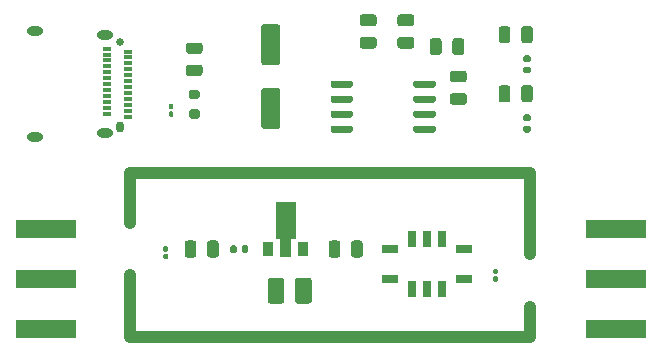
<source format=gts>
%TF.GenerationSoftware,KiCad,Pcbnew,(5.1.7)-1*%
%TF.CreationDate,2021-09-09T12:13:45+02:00*%
%TF.ProjectId,SAW LNA Combo NOAA,53415720-4c4e-4412-9043-6f6d626f204e,rev?*%
%TF.SameCoordinates,Original*%
%TF.FileFunction,Soldermask,Top*%
%TF.FilePolarity,Negative*%
%FSLAX46Y46*%
G04 Gerber Fmt 4.6, Leading zero omitted, Abs format (unit mm)*
G04 Created by KiCad (PCBNEW (5.1.7)-1) date 2021-09-09 12:13:45*
%MOMM*%
%LPD*%
G01*
G04 APERTURE LIST*
%ADD10C,1.000000*%
%ADD11R,5.080000X1.500000*%
%ADD12R,1.350000X0.710000*%
%ADD13R,0.710000X1.350000*%
%ADD14C,0.100000*%
%ADD15R,0.900000X1.300000*%
%ADD16R,0.700000X0.300000*%
%ADD17C,0.650000*%
%ADD18O,0.650000X0.950000*%
%ADD19O,1.400000X0.800000*%
G04 APERTURE END LIST*
D10*
%TO.C,Shield*%
X126492000Y-101918000D02*
X126492000Y-107118000D01*
X160392000Y-104618000D02*
X160392000Y-107118000D01*
X160392000Y-93218000D02*
X160392000Y-100118000D01*
X126492000Y-107118000D02*
X160392000Y-107118000D01*
X126492000Y-93218000D02*
X160392000Y-93218000D01*
X126492000Y-93218000D02*
X126492000Y-97518000D01*
%TD*%
%TO.C,C9*%
G36*
G01*
X146210000Y-81730000D02*
X147160000Y-81730000D01*
G75*
G02*
X147410000Y-81980000I0J-250000D01*
G01*
X147410000Y-82480000D01*
G75*
G02*
X147160000Y-82730000I-250000J0D01*
G01*
X146210000Y-82730000D01*
G75*
G02*
X145960000Y-82480000I0J250000D01*
G01*
X145960000Y-81980000D01*
G75*
G02*
X146210000Y-81730000I250000J0D01*
G01*
G37*
G36*
G01*
X146210000Y-79830000D02*
X147160000Y-79830000D01*
G75*
G02*
X147410000Y-80080000I0J-250000D01*
G01*
X147410000Y-80580000D01*
G75*
G02*
X147160000Y-80830000I-250000J0D01*
G01*
X146210000Y-80830000D01*
G75*
G02*
X145960000Y-80580000I0J250000D01*
G01*
X145960000Y-80080000D01*
G75*
G02*
X146210000Y-79830000I250000J0D01*
G01*
G37*
%TD*%
%TO.C,C8*%
G36*
G01*
X138980000Y-84140000D02*
X137880000Y-84140000D01*
G75*
G02*
X137630000Y-83890000I0J250000D01*
G01*
X137630000Y-80890000D01*
G75*
G02*
X137880000Y-80640000I250000J0D01*
G01*
X138980000Y-80640000D01*
G75*
G02*
X139230000Y-80890000I0J-250000D01*
G01*
X139230000Y-83890000D01*
G75*
G02*
X138980000Y-84140000I-250000J0D01*
G01*
G37*
G36*
G01*
X138980000Y-89540000D02*
X137880000Y-89540000D01*
G75*
G02*
X137630000Y-89290000I0J250000D01*
G01*
X137630000Y-86290000D01*
G75*
G02*
X137880000Y-86040000I250000J0D01*
G01*
X138980000Y-86040000D01*
G75*
G02*
X139230000Y-86290000I0J-250000D01*
G01*
X139230000Y-89290000D01*
G75*
G02*
X138980000Y-89540000I-250000J0D01*
G01*
G37*
%TD*%
%TO.C,U1*%
G36*
G01*
X150505000Y-85875000D02*
X150505000Y-85575000D01*
G75*
G02*
X150655000Y-85425000I150000J0D01*
G01*
X152255000Y-85425000D01*
G75*
G02*
X152405000Y-85575000I0J-150000D01*
G01*
X152405000Y-85875000D01*
G75*
G02*
X152255000Y-86025000I-150000J0D01*
G01*
X150655000Y-86025000D01*
G75*
G02*
X150505000Y-85875000I0J150000D01*
G01*
G37*
G36*
G01*
X150505000Y-87145000D02*
X150505000Y-86845000D01*
G75*
G02*
X150655000Y-86695000I150000J0D01*
G01*
X152255000Y-86695000D01*
G75*
G02*
X152405000Y-86845000I0J-150000D01*
G01*
X152405000Y-87145000D01*
G75*
G02*
X152255000Y-87295000I-150000J0D01*
G01*
X150655000Y-87295000D01*
G75*
G02*
X150505000Y-87145000I0J150000D01*
G01*
G37*
G36*
G01*
X150505000Y-88415000D02*
X150505000Y-88115000D01*
G75*
G02*
X150655000Y-87965000I150000J0D01*
G01*
X152255000Y-87965000D01*
G75*
G02*
X152405000Y-88115000I0J-150000D01*
G01*
X152405000Y-88415000D01*
G75*
G02*
X152255000Y-88565000I-150000J0D01*
G01*
X150655000Y-88565000D01*
G75*
G02*
X150505000Y-88415000I0J150000D01*
G01*
G37*
G36*
G01*
X150505000Y-89685000D02*
X150505000Y-89385000D01*
G75*
G02*
X150655000Y-89235000I150000J0D01*
G01*
X152255000Y-89235000D01*
G75*
G02*
X152405000Y-89385000I0J-150000D01*
G01*
X152405000Y-89685000D01*
G75*
G02*
X152255000Y-89835000I-150000J0D01*
G01*
X150655000Y-89835000D01*
G75*
G02*
X150505000Y-89685000I0J150000D01*
G01*
G37*
G36*
G01*
X143505000Y-89685000D02*
X143505000Y-89385000D01*
G75*
G02*
X143655000Y-89235000I150000J0D01*
G01*
X145255000Y-89235000D01*
G75*
G02*
X145405000Y-89385000I0J-150000D01*
G01*
X145405000Y-89685000D01*
G75*
G02*
X145255000Y-89835000I-150000J0D01*
G01*
X143655000Y-89835000D01*
G75*
G02*
X143505000Y-89685000I0J150000D01*
G01*
G37*
G36*
G01*
X143505000Y-88415000D02*
X143505000Y-88115000D01*
G75*
G02*
X143655000Y-87965000I150000J0D01*
G01*
X145255000Y-87965000D01*
G75*
G02*
X145405000Y-88115000I0J-150000D01*
G01*
X145405000Y-88415000D01*
G75*
G02*
X145255000Y-88565000I-150000J0D01*
G01*
X143655000Y-88565000D01*
G75*
G02*
X143505000Y-88415000I0J150000D01*
G01*
G37*
G36*
G01*
X143505000Y-87145000D02*
X143505000Y-86845000D01*
G75*
G02*
X143655000Y-86695000I150000J0D01*
G01*
X145255000Y-86695000D01*
G75*
G02*
X145405000Y-86845000I0J-150000D01*
G01*
X145405000Y-87145000D01*
G75*
G02*
X145255000Y-87295000I-150000J0D01*
G01*
X143655000Y-87295000D01*
G75*
G02*
X143505000Y-87145000I0J150000D01*
G01*
G37*
G36*
G01*
X143505000Y-85875000D02*
X143505000Y-85575000D01*
G75*
G02*
X143655000Y-85425000I150000J0D01*
G01*
X145255000Y-85425000D01*
G75*
G02*
X145405000Y-85575000I0J-150000D01*
G01*
X145405000Y-85875000D01*
G75*
G02*
X145255000Y-86025000I-150000J0D01*
G01*
X143655000Y-86025000D01*
G75*
G02*
X143505000Y-85875000I0J150000D01*
G01*
G37*
%TD*%
%TO.C,C7*%
G36*
G01*
X154780000Y-85590000D02*
X153830000Y-85590000D01*
G75*
G02*
X153580000Y-85340000I0J250000D01*
G01*
X153580000Y-84840000D01*
G75*
G02*
X153830000Y-84590000I250000J0D01*
G01*
X154780000Y-84590000D01*
G75*
G02*
X155030000Y-84840000I0J-250000D01*
G01*
X155030000Y-85340000D01*
G75*
G02*
X154780000Y-85590000I-250000J0D01*
G01*
G37*
G36*
G01*
X154780000Y-87490000D02*
X153830000Y-87490000D01*
G75*
G02*
X153580000Y-87240000I0J250000D01*
G01*
X153580000Y-86740000D01*
G75*
G02*
X153830000Y-86490000I250000J0D01*
G01*
X154780000Y-86490000D01*
G75*
G02*
X155030000Y-86740000I0J-250000D01*
G01*
X155030000Y-87240000D01*
G75*
G02*
X154780000Y-87490000I-250000J0D01*
G01*
G37*
%TD*%
%TO.C,C6*%
G36*
G01*
X152902500Y-82075000D02*
X152902500Y-83025000D01*
G75*
G02*
X152652500Y-83275000I-250000J0D01*
G01*
X152152500Y-83275000D01*
G75*
G02*
X151902500Y-83025000I0J250000D01*
G01*
X151902500Y-82075000D01*
G75*
G02*
X152152500Y-81825000I250000J0D01*
G01*
X152652500Y-81825000D01*
G75*
G02*
X152902500Y-82075000I0J-250000D01*
G01*
G37*
G36*
G01*
X154802500Y-82075000D02*
X154802500Y-83025000D01*
G75*
G02*
X154552500Y-83275000I-250000J0D01*
G01*
X154052500Y-83275000D01*
G75*
G02*
X153802500Y-83025000I0J250000D01*
G01*
X153802500Y-82075000D01*
G75*
G02*
X154052500Y-81825000I250000J0D01*
G01*
X154552500Y-81825000D01*
G75*
G02*
X154802500Y-82075000I0J-250000D01*
G01*
G37*
%TD*%
D11*
%TO.C,J1*%
X119380000Y-97985000D03*
X119380000Y-106485000D03*
X119380000Y-102235000D03*
%TD*%
%TO.C,R1*%
G36*
G01*
X132228000Y-87017040D02*
X131678000Y-87017040D01*
G75*
G02*
X131478000Y-86817040I0J200000D01*
G01*
X131478000Y-86417040D01*
G75*
G02*
X131678000Y-86217040I200000J0D01*
G01*
X132228000Y-86217040D01*
G75*
G02*
X132428000Y-86417040I0J-200000D01*
G01*
X132428000Y-86817040D01*
G75*
G02*
X132228000Y-87017040I-200000J0D01*
G01*
G37*
G36*
G01*
X132228000Y-88667040D02*
X131678000Y-88667040D01*
G75*
G02*
X131478000Y-88467040I0J200000D01*
G01*
X131478000Y-88067040D01*
G75*
G02*
X131678000Y-87867040I200000J0D01*
G01*
X132228000Y-87867040D01*
G75*
G02*
X132428000Y-88067040I0J-200000D01*
G01*
X132428000Y-88467040D01*
G75*
G02*
X132228000Y-88667040I-200000J0D01*
G01*
G37*
%TD*%
%TO.C,D4*%
G36*
G01*
X131496750Y-84082040D02*
X132409250Y-84082040D01*
G75*
G02*
X132653000Y-84325790I0J-243750D01*
G01*
X132653000Y-84813290D01*
G75*
G02*
X132409250Y-85057040I-243750J0D01*
G01*
X131496750Y-85057040D01*
G75*
G02*
X131253000Y-84813290I0J243750D01*
G01*
X131253000Y-84325790D01*
G75*
G02*
X131496750Y-84082040I243750J0D01*
G01*
G37*
G36*
G01*
X131496750Y-82207040D02*
X132409250Y-82207040D01*
G75*
G02*
X132653000Y-82450790I0J-243750D01*
G01*
X132653000Y-82938290D01*
G75*
G02*
X132409250Y-83182040I-243750J0D01*
G01*
X131496750Y-83182040D01*
G75*
G02*
X131253000Y-82938290I0J243750D01*
G01*
X131253000Y-82450790D01*
G75*
G02*
X131496750Y-82207040I243750J0D01*
G01*
G37*
%TD*%
%TO.C,J2*%
X167640000Y-106485000D03*
X167640000Y-97985000D03*
X167640000Y-102235000D03*
%TD*%
%TO.C,L3*%
G36*
G01*
X140480200Y-104075600D02*
X140480200Y-102375600D01*
G75*
G02*
X140730200Y-102125600I250000J0D01*
G01*
X141655200Y-102125600D01*
G75*
G02*
X141905200Y-102375600I0J-250000D01*
G01*
X141905200Y-104075600D01*
G75*
G02*
X141655200Y-104325600I-250000J0D01*
G01*
X140730200Y-104325600D01*
G75*
G02*
X140480200Y-104075600I0J250000D01*
G01*
G37*
G36*
G01*
X138155200Y-104075600D02*
X138155200Y-102375600D01*
G75*
G02*
X138405200Y-102125600I250000J0D01*
G01*
X139330200Y-102125600D01*
G75*
G02*
X139580200Y-102375600I0J-250000D01*
G01*
X139580200Y-104075600D01*
G75*
G02*
X139330200Y-104325600I-250000J0D01*
G01*
X138405200Y-104325600D01*
G75*
G02*
X138155200Y-104075600I0J250000D01*
G01*
G37*
%TD*%
D12*
%TO.C,U3*%
X148513000Y-99695000D03*
D13*
X150368000Y-98840000D03*
X151638000Y-98840000D03*
X152908000Y-98840000D03*
D12*
X154763000Y-99695000D03*
X154763000Y-102235000D03*
D13*
X152908000Y-103090000D03*
X151638000Y-103090000D03*
X150368000Y-103090000D03*
D12*
X148513000Y-102235000D03*
%TD*%
D14*
%TO.C,U2*%
G36*
X140566500Y-95744000D02*
G01*
X140566500Y-98869000D01*
X140150000Y-98869000D01*
X140150000Y-100344000D01*
X139250000Y-100344000D01*
X139250000Y-98869000D01*
X138833500Y-98869000D01*
X138833500Y-95744000D01*
X140566500Y-95744000D01*
G37*
D15*
X141200000Y-99694000D03*
X138200000Y-99694000D03*
%TD*%
D16*
%TO.C,P1*%
X124605000Y-82725000D03*
X124605000Y-83225000D03*
X124605000Y-83725000D03*
X124605000Y-84225000D03*
X124605000Y-84725000D03*
X124605000Y-85225000D03*
X124605000Y-85725000D03*
X124605000Y-86225000D03*
X124605000Y-86725000D03*
X124605000Y-87225000D03*
X124605000Y-87725000D03*
D17*
X125645000Y-82125000D03*
D18*
X125645000Y-89325000D03*
D19*
X118445000Y-81235000D03*
X118445000Y-90215000D03*
X124395000Y-89855000D03*
D16*
X124605000Y-88225000D03*
X126305000Y-87975000D03*
X126305000Y-86475000D03*
X126305000Y-86975000D03*
X126305000Y-87475000D03*
X126305000Y-88475000D03*
X126305000Y-85975000D03*
X126305000Y-85475000D03*
X126305000Y-84975000D03*
X126305000Y-84475000D03*
X126305000Y-83975000D03*
X126305000Y-83475000D03*
X126305000Y-82975000D03*
D19*
X124395000Y-81595000D03*
%TD*%
%TO.C,L4*%
G36*
G01*
X160296640Y-83859860D02*
X159951640Y-83859860D01*
G75*
G02*
X159804140Y-83712360I0J147500D01*
G01*
X159804140Y-83417360D01*
G75*
G02*
X159951640Y-83269860I147500J0D01*
G01*
X160296640Y-83269860D01*
G75*
G02*
X160444140Y-83417360I0J-147500D01*
G01*
X160444140Y-83712360D01*
G75*
G02*
X160296640Y-83859860I-147500J0D01*
G01*
G37*
G36*
G01*
X160296640Y-84829860D02*
X159951640Y-84829860D01*
G75*
G02*
X159804140Y-84682360I0J147500D01*
G01*
X159804140Y-84387360D01*
G75*
G02*
X159951640Y-84239860I147500J0D01*
G01*
X160296640Y-84239860D01*
G75*
G02*
X160444140Y-84387360I0J-147500D01*
G01*
X160444140Y-84682360D01*
G75*
G02*
X160296640Y-84829860I-147500J0D01*
G01*
G37*
%TD*%
%TO.C,L2*%
G36*
G01*
X160296640Y-88859860D02*
X159951640Y-88859860D01*
G75*
G02*
X159804140Y-88712360I0J147500D01*
G01*
X159804140Y-88417360D01*
G75*
G02*
X159951640Y-88269860I147500J0D01*
G01*
X160296640Y-88269860D01*
G75*
G02*
X160444140Y-88417360I0J-147500D01*
G01*
X160444140Y-88712360D01*
G75*
G02*
X160296640Y-88859860I-147500J0D01*
G01*
G37*
G36*
G01*
X160296640Y-89829860D02*
X159951640Y-89829860D01*
G75*
G02*
X159804140Y-89682360I0J147500D01*
G01*
X159804140Y-89387360D01*
G75*
G02*
X159951640Y-89239860I147500J0D01*
G01*
X160296640Y-89239860D01*
G75*
G02*
X160444140Y-89387360I0J-147500D01*
G01*
X160444140Y-89682360D01*
G75*
G02*
X160296640Y-89829860I-147500J0D01*
G01*
G37*
%TD*%
%TO.C,L1*%
G36*
G01*
X135953000Y-99867500D02*
X135953000Y-99522500D01*
G75*
G02*
X136100500Y-99375000I147500J0D01*
G01*
X136395500Y-99375000D01*
G75*
G02*
X136543000Y-99522500I0J-147500D01*
G01*
X136543000Y-99867500D01*
G75*
G02*
X136395500Y-100015000I-147500J0D01*
G01*
X136100500Y-100015000D01*
G75*
G02*
X135953000Y-99867500I0J147500D01*
G01*
G37*
G36*
G01*
X134983000Y-99867500D02*
X134983000Y-99522500D01*
G75*
G02*
X135130500Y-99375000I147500J0D01*
G01*
X135425500Y-99375000D01*
G75*
G02*
X135573000Y-99522500I0J-147500D01*
G01*
X135573000Y-99867500D01*
G75*
G02*
X135425500Y-100015000I-147500J0D01*
G01*
X135130500Y-100015000D01*
G75*
G02*
X134983000Y-99867500I0J147500D01*
G01*
G37*
%TD*%
%TO.C,D3*%
G36*
G01*
X157554600Y-101827500D02*
X157354600Y-101827500D01*
G75*
G02*
X157254600Y-101727500I0J100000D01*
G01*
X157254600Y-101467500D01*
G75*
G02*
X157354600Y-101367500I100000J0D01*
G01*
X157554600Y-101367500D01*
G75*
G02*
X157654600Y-101467500I0J-100000D01*
G01*
X157654600Y-101727500D01*
G75*
G02*
X157554600Y-101827500I-100000J0D01*
G01*
G37*
G36*
G01*
X157554600Y-102467500D02*
X157354600Y-102467500D01*
G75*
G02*
X157254600Y-102367500I0J100000D01*
G01*
X157254600Y-102107500D01*
G75*
G02*
X157354600Y-102007500I100000J0D01*
G01*
X157554600Y-102007500D01*
G75*
G02*
X157654600Y-102107500I0J-100000D01*
G01*
X157654600Y-102367500D01*
G75*
G02*
X157554600Y-102467500I-100000J0D01*
G01*
G37*
%TD*%
%TO.C,D2*%
G36*
G01*
X130094660Y-87854960D02*
X129894660Y-87854960D01*
G75*
G02*
X129794660Y-87754960I0J100000D01*
G01*
X129794660Y-87494960D01*
G75*
G02*
X129894660Y-87394960I100000J0D01*
G01*
X130094660Y-87394960D01*
G75*
G02*
X130194660Y-87494960I0J-100000D01*
G01*
X130194660Y-87754960D01*
G75*
G02*
X130094660Y-87854960I-100000J0D01*
G01*
G37*
G36*
G01*
X130094660Y-88494960D02*
X129894660Y-88494960D01*
G75*
G02*
X129794660Y-88394960I0J100000D01*
G01*
X129794660Y-88134960D01*
G75*
G02*
X129894660Y-88034960I100000J0D01*
G01*
X130094660Y-88034960D01*
G75*
G02*
X130194660Y-88134960I0J-100000D01*
G01*
X130194660Y-88394960D01*
G75*
G02*
X130094660Y-88494960I-100000J0D01*
G01*
G37*
%TD*%
%TO.C,D1*%
G36*
G01*
X129440000Y-100105000D02*
X129640000Y-100105000D01*
G75*
G02*
X129740000Y-100205000I0J-100000D01*
G01*
X129740000Y-100465000D01*
G75*
G02*
X129640000Y-100565000I-100000J0D01*
G01*
X129440000Y-100565000D01*
G75*
G02*
X129340000Y-100465000I0J100000D01*
G01*
X129340000Y-100205000D01*
G75*
G02*
X129440000Y-100105000I100000J0D01*
G01*
G37*
G36*
G01*
X129440000Y-99465000D02*
X129640000Y-99465000D01*
G75*
G02*
X129740000Y-99565000I0J-100000D01*
G01*
X129740000Y-99825000D01*
G75*
G02*
X129640000Y-99925000I-100000J0D01*
G01*
X129440000Y-99925000D01*
G75*
G02*
X129340000Y-99825000I0J100000D01*
G01*
X129340000Y-99565000D01*
G75*
G02*
X129440000Y-99465000I100000J0D01*
G01*
G37*
%TD*%
%TO.C,C5*%
G36*
G01*
X159624180Y-82024860D02*
X159624180Y-81074860D01*
G75*
G02*
X159874180Y-80824860I250000J0D01*
G01*
X160374180Y-80824860D01*
G75*
G02*
X160624180Y-81074860I0J-250000D01*
G01*
X160624180Y-82024860D01*
G75*
G02*
X160374180Y-82274860I-250000J0D01*
G01*
X159874180Y-82274860D01*
G75*
G02*
X159624180Y-82024860I0J250000D01*
G01*
G37*
G36*
G01*
X157724180Y-82024860D02*
X157724180Y-81074860D01*
G75*
G02*
X157974180Y-80824860I250000J0D01*
G01*
X158474180Y-80824860D01*
G75*
G02*
X158724180Y-81074860I0J-250000D01*
G01*
X158724180Y-82024860D01*
G75*
G02*
X158474180Y-82274860I-250000J0D01*
G01*
X157974180Y-82274860D01*
G75*
G02*
X157724180Y-82024860I0J250000D01*
G01*
G37*
%TD*%
%TO.C,C4*%
G36*
G01*
X144330000Y-99220000D02*
X144330000Y-100170000D01*
G75*
G02*
X144080000Y-100420000I-250000J0D01*
G01*
X143580000Y-100420000D01*
G75*
G02*
X143330000Y-100170000I0J250000D01*
G01*
X143330000Y-99220000D01*
G75*
G02*
X143580000Y-98970000I250000J0D01*
G01*
X144080000Y-98970000D01*
G75*
G02*
X144330000Y-99220000I0J-250000D01*
G01*
G37*
G36*
G01*
X146230000Y-99220000D02*
X146230000Y-100170000D01*
G75*
G02*
X145980000Y-100420000I-250000J0D01*
G01*
X145480000Y-100420000D01*
G75*
G02*
X145230000Y-100170000I0J250000D01*
G01*
X145230000Y-99220000D01*
G75*
G02*
X145480000Y-98970000I250000J0D01*
G01*
X145980000Y-98970000D01*
G75*
G02*
X146230000Y-99220000I0J-250000D01*
G01*
G37*
%TD*%
%TO.C,C3*%
G36*
G01*
X159624180Y-87024860D02*
X159624180Y-86074860D01*
G75*
G02*
X159874180Y-85824860I250000J0D01*
G01*
X160374180Y-85824860D01*
G75*
G02*
X160624180Y-86074860I0J-250000D01*
G01*
X160624180Y-87024860D01*
G75*
G02*
X160374180Y-87274860I-250000J0D01*
G01*
X159874180Y-87274860D01*
G75*
G02*
X159624180Y-87024860I0J250000D01*
G01*
G37*
G36*
G01*
X157724180Y-87024860D02*
X157724180Y-86074860D01*
G75*
G02*
X157974180Y-85824860I250000J0D01*
G01*
X158474180Y-85824860D01*
G75*
G02*
X158724180Y-86074860I0J-250000D01*
G01*
X158724180Y-87024860D01*
G75*
G02*
X158474180Y-87274860I-250000J0D01*
G01*
X157974180Y-87274860D01*
G75*
G02*
X157724180Y-87024860I0J250000D01*
G01*
G37*
%TD*%
%TO.C,C2*%
G36*
G01*
X149385000Y-81730000D02*
X150335000Y-81730000D01*
G75*
G02*
X150585000Y-81980000I0J-250000D01*
G01*
X150585000Y-82480000D01*
G75*
G02*
X150335000Y-82730000I-250000J0D01*
G01*
X149385000Y-82730000D01*
G75*
G02*
X149135000Y-82480000I0J250000D01*
G01*
X149135000Y-81980000D01*
G75*
G02*
X149385000Y-81730000I250000J0D01*
G01*
G37*
G36*
G01*
X149385000Y-79830000D02*
X150335000Y-79830000D01*
G75*
G02*
X150585000Y-80080000I0J-250000D01*
G01*
X150585000Y-80580000D01*
G75*
G02*
X150335000Y-80830000I-250000J0D01*
G01*
X149385000Y-80830000D01*
G75*
G02*
X149135000Y-80580000I0J250000D01*
G01*
X149135000Y-80080000D01*
G75*
G02*
X149385000Y-79830000I250000J0D01*
G01*
G37*
%TD*%
%TO.C,C1*%
G36*
G01*
X132138000Y-99220000D02*
X132138000Y-100170000D01*
G75*
G02*
X131888000Y-100420000I-250000J0D01*
G01*
X131388000Y-100420000D01*
G75*
G02*
X131138000Y-100170000I0J250000D01*
G01*
X131138000Y-99220000D01*
G75*
G02*
X131388000Y-98970000I250000J0D01*
G01*
X131888000Y-98970000D01*
G75*
G02*
X132138000Y-99220000I0J-250000D01*
G01*
G37*
G36*
G01*
X134038000Y-99220000D02*
X134038000Y-100170000D01*
G75*
G02*
X133788000Y-100420000I-250000J0D01*
G01*
X133288000Y-100420000D01*
G75*
G02*
X133038000Y-100170000I0J250000D01*
G01*
X133038000Y-99220000D01*
G75*
G02*
X133288000Y-98970000I250000J0D01*
G01*
X133788000Y-98970000D01*
G75*
G02*
X134038000Y-99220000I0J-250000D01*
G01*
G37*
%TD*%
M02*

</source>
